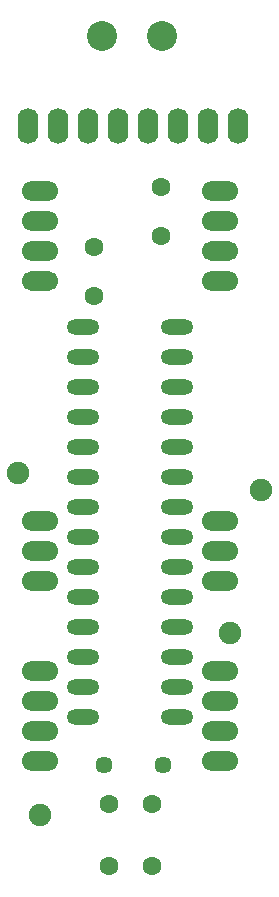
<source format=gtl>
%FSLAX33Y33*%
%MOMM*%
%AMRR-H1744980-W3048000-R872490-RO1.500*
21,1,1.30302,1.74498,0.,0.,90*
1,1,1.74498,-0.,-0.65151*
1,1,1.74498,-0.,0.65151*
1,1,1.74498,0.,0.65151*
1,1,1.74498,0.,-0.65151*%
%AMRR-H1350000-W2700000-R675000-RO0.000*
21,1,1.35,1.35,0.,0.,360*
1,1,1.35,-0.675,0.*
1,1,1.35,0.675,0.*
1,1,1.35,0.675,-0.*
1,1,1.35,-0.675,0.*%
%AMRR-H1744980-W3048000-R872490-RO1.000*
21,1,1.30302,1.74498,0.,0.,180*
1,1,1.74498,0.65151,-0.*
1,1,1.74498,-0.65151,-0.*
1,1,1.74498,-0.65151,0.*
1,1,1.74498,0.65151,0.*%
%AMRR-H1714500-W3048000-R857250-RO1.000*
21,1,1.3335,1.7145,0.,0.,180*
1,1,1.7145,0.66675,-0.*
1,1,1.7145,-0.66675,-0.*
1,1,1.7145,-0.66675,0.*
1,1,1.7145,0.66675,0.*%
%ADD10C,1.905*%
%ADD11C,2.54*%
%ADD12C,1.349756*%
%ADD13C,1.6*%
%ADD14C,1.6*%
%ADD15RR-H1744980-W3048000-R872490-RO1.500*%
%ADD16RR-H1350000-W2700000-R675000-RO0.000*%
%ADD17C,1.45*%
%ADD18RR-H1744980-W3048000-R872490-RO1.000*%
%ADD19RR-H1714500-W3048000-R857250-RO1.000*%
D10*
%LNtop copper_traces*%
G01*
X23622Y30773D03*
D11*
X10160Y69215D03*
D10*
X4928Y3302D03*
D12*
X7883Y26822D03*
X7883Y29362D03*
D11*
X15231Y69215D03*
D10*
X3048Y32258D03*
X20980Y18669D03*
%LNtop copper component 3cb8959678233c1b*%
D13*
X14366Y-1036D03*
X14366Y4214D03*
%LNtop copper component 824f435eb96077e0*%
D14*
X15125Y52343D03*
X9462Y47244D03*
%LNtop copper component 88b3df5dd39fbf3c*%
D15*
X19126Y61646D03*
X3886Y61646D03*
X21666Y61646D03*
X8966Y61646D03*
X14046Y61646D03*
X16586Y61646D03*
X11506Y61646D03*
X6426Y61646D03*
%LNtop copper component 81296bd5f93fcded*%
D16*
X8547Y44602D03*
X8547Y42062D03*
X8547Y39522D03*
X8547Y36982D03*
X8547Y34442D03*
X8547Y31902D03*
X8547Y29362D03*
X8547Y26822D03*
X8547Y24282D03*
X8547Y21742D03*
X8547Y19202D03*
X8547Y16662D03*
X8547Y14122D03*
X8547Y11582D03*
X16485Y11582D03*
X16485Y14122D03*
X16485Y16662D03*
X16485Y19202D03*
X16485Y21742D03*
X16485Y24282D03*
X16485Y26822D03*
X16485Y29362D03*
X16485Y31902D03*
X16485Y34442D03*
X16485Y36982D03*
X16485Y39522D03*
X16485Y42062D03*
X16485Y44602D03*
%LNtop copper component b3a48d7d43e52f89*%
D17*
X15302Y7502D03*
X10302Y7502D03*
%LNtop copper component 60de64ed69294721*%
D18*
X20168Y7835D03*
X20168Y10375D03*
X20168Y12915D03*
X20168Y15455D03*
X20168Y23075D03*
X20168Y48475D03*
X20168Y53555D03*
X20168Y56095D03*
X4928Y7835D03*
X4928Y10375D03*
X4928Y12915D03*
X4928Y28155D03*
X4928Y51015D03*
X4928Y53555D03*
X4928Y56095D03*
X20168Y25615D03*
X4928Y25615D03*
X4928Y23075D03*
X4928Y15455D03*
X20168Y28155D03*
D19*
X20168Y51015D03*
X4928Y48475D03*
%LNtop copper component 93e284b16ed1c30b*%
D14*
X15125Y56448D03*
X9462Y51349D03*
%LNtop copper component 46b559c0f7b6c974*%
D13*
X10770Y-1036D03*
X10770Y4214D03*
M02*
</source>
